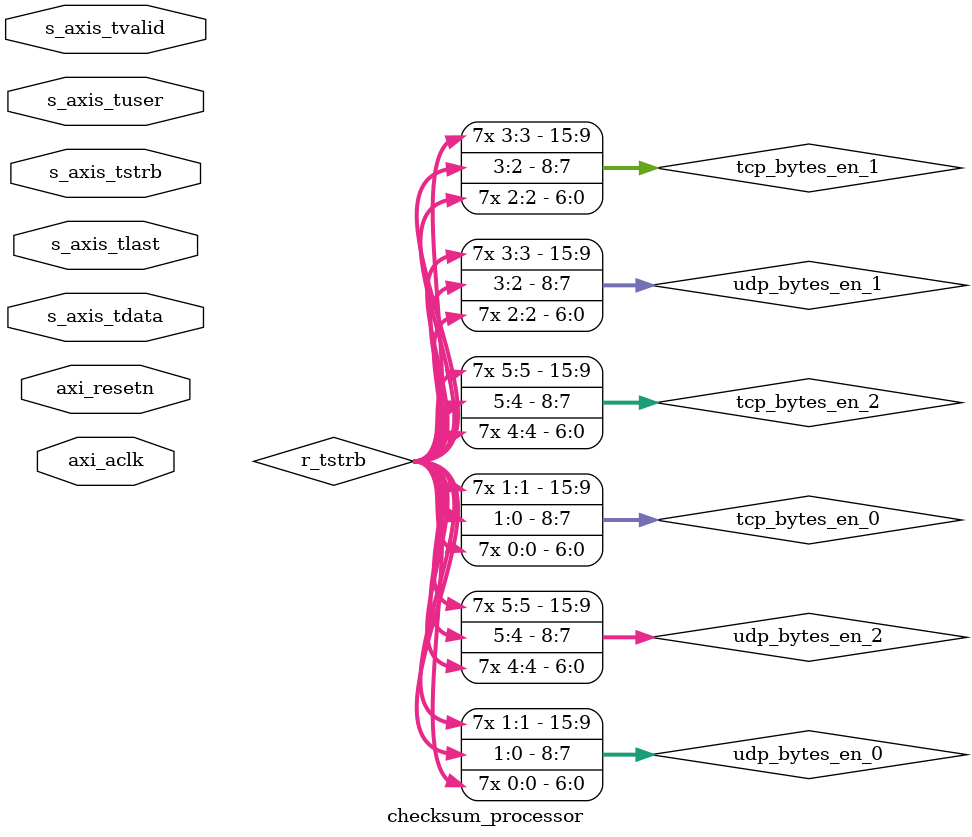
<source format=v>

`timescale 1ns/1ps

`include "nf_sume_blueswitch_register_define.v"
`include "nf_sume_blueswitch_parameter_define.v"

module checksum_processor
#(
   parameter   C_S_AXIS_TDATA_WIDTH       = 256,
   parameter   C_S_AXIS_TUSER_WIDTH       = 256
)
(
   input                                           axi_aclk,
   input                                           axi_resetn,

   //Slave Stream Ports (interface to data path)
   input          [C_S_AXIS_TDATA_WIDTH-1:0]       s_axis_tdata,
   input          [(C_S_AXIS_TDATA_WIDTH/8)-1:0]   s_axis_tstrb,
   input          [C_S_AXIS_TUSER_WIDTH-1:0]       s_axis_tuser,
   input                                           s_axis_tlast,
   input                                           s_axis_tvalid
);


reg   [C_S_AXIS_TDATA_WIDTH-1:0]       r_tdata;
reg   [(C_S_AXIS_TDATA_WIDTH/8)-1:0]   r_tstrb;
reg   [C_S_AXIS_TUSER_WIDTH-1:0]       r_tuser;
reg                                    r_tlast;
reg                                    r_tvalid;

reg   [7:0]    pkt_cnt;

reg   [15:0]   ip_bytes[0:(C_S_AXIS_TDATA_WIDTH/16)-1], ip_check_sum;
reg   [31:0]   ip_bytes_sum_current, ip_bytes_sum_next, ip_bytes_sum;

reg   [15:0]   udp_bytes[0:(C_S_AXIS_TDATA_WIDTH/16)-1], udp_check_sum;
reg   [31:0]   udp_bytes_sum_current, udp_bytes_sum_next, udp_bytes_sum;

reg   [15:0]   tcp_bytes[0:(C_S_AXIS_TDATA_WIDTH/16)-1], tcp_check_sum;
reg   [31:0]   tcp_bytes_sum_current, tcp_bytes_sum_next, tcp_bytes_sum;


always @(posedge axi_aclk)
   if (~axi_resetn) begin
      r_tdata  <= 0;
      r_tstrb  <= 0;
      r_tuser  <= 0;
      r_tlast  <= 0;
      r_tvalid <= 0;
   end
   else begin
      r_tdata  <= s_axis_tdata;
      r_tstrb  <= s_axis_tstrb;
      r_tuser  <= s_axis_tuser;
      r_tlast  <= s_axis_tlast;
      r_tvalid <= s_axis_tvalid;
   end

always @(posedge axi_aclk)
   if (~axi_resetn) begin
      pkt_cnt                 <= 0;
      ip_bytes_sum_current    <= 0;
      udp_bytes_sum_current   <= 0;
      tcp_bytes_sum_current   <= 0;
   end
   else if (r_tvalid && r_tlast) begin
      pkt_cnt                 <= 0;
      ip_bytes_sum_current    <= 0;
      udp_bytes_sum_current   <= 0;
      tcp_bytes_sum_current   <= 0;
   end
   else if (r_tvalid) begin
      pkt_cnt                 <= pkt_cnt + 1;
      ip_bytes_sum_current    <= ip_bytes_sum_next;
      udp_bytes_sum_current   <= udp_bytes_sum_next;
      tcp_bytes_sum_current   <= tcp_bytes_sum_next;
   end

//IPv4 checksum computation.
wire ip_bytes_3_en = (pkt_cnt == 1) || (pkt_cnt == 2) || (pkt_cnt == 3);
wire ip_bytes_2_en = (pkt_cnt == 2) || (pkt_cnt == 3);
wire ip_bytes_1_en = (pkt_cnt == 2) || (pkt_cnt == 3);
wire ip_bytes_0_en = (pkt_cnt == 2) || (pkt_cnt == 4);

always @(r_tvalid or ip_bytes_3_en or ip_bytes_2_en or ip_bytes_1_en or ip_bytes_0_en) begin
   ip_bytes[3] = (r_tvalid && ip_bytes_3_en) ? r_tdata[48+:16] : 0;
   ip_bytes[2] = (r_tvalid && ip_bytes_2_en) ? r_tdata[32+:16] : 0;
   ip_bytes[1] = (r_tvalid && ip_bytes_1_en) ? r_tdata[16+:16] : 0;
   ip_bytes[0] = (r_tvalid && ip_bytes_0_en) ? r_tdata[0+:16]  : 0;
   
   ip_bytes_sum      = ip_bytes[0] + ip_bytes[1] + ip_bytes[2] + ip_bytes[3] + ip_bytes_sum_current;
   ip_bytes_sum_next = ip_bytes_sum;

   ip_check_sum      = ~(ip_bytes_sum[31:16] + ip_bytes_sum[15:0]);
end

//UDP checksum computation.
wire udp_bytes_3_en_n = (pkt_cnt == 0) || (pkt_cnt == 1);
wire udp_bytes_2_en_n = (pkt_cnt == 0) || (pkt_cnt == 1) || (pkt_cnt == 2);
wire udp_bytes_1_en_n = (pkt_cnt == 0) || (pkt_cnt == 1) || (pkt_cnt == 2);
wire udp_bytes_0_en_n = (pkt_cnt == 0) || (pkt_cnt == 1) || (pkt_cnt == 2) || (pkt_cnt == 3) || (pkt_cnt == 5);

//For pseudo IP header calculation, the upd protocol is only required with zeros.
wire  [15:0]   udp_bytes_en_3 = (pkt_cnt == 2) ? 16'hff00 : {{8{r_tstrb[7]}}, {8{r_tstrb[6]}}};
wire  [15:0]   udp_bytes_en_2 = {{8{r_tstrb[5]}}, {8{r_tstrb[4]}}};
wire  [15:0]   udp_bytes_en_1 = {{8{r_tstrb[3]}}, {8{r_tstrb[2]}}};
wire  [15:0]   udp_bytes_en_0 = {{8{r_tstrb[1]}}, {8{r_tstrb[0]}}};

always @(r_tvalid or ip_bytes_3_en or ip_bytes_2_en or ip_bytes_1_en or ip_bytes_0_en) begin
   udp_bytes[3] = (r_tvalid && udp_bytes_3_en_n) ? 0 : r_tdata[48+:16] & udp_bytes_en_3;
   udp_bytes[2] = (r_tvalid && udp_bytes_2_en_n) ? 0 : r_tdata[32+:16] & udp_bytes_en_2;
   udp_bytes[1] = (r_tvalid && udp_bytes_1_en_n) ? 0 : r_tdata[16+:16] & udp_bytes_en_1;
   udp_bytes[0] = (r_tvalid && udp_bytes_0_en_n) ? 0 : r_tdata[0+:16]  & udp_bytes_en_0;

   //For Pseudo IP header calculation, the upd length must be added one more. 
   udp_bytes_sum      = (pkt_cnt == 4) ? udp_bytes[0] + udp_bytes[1] + udp_bytes[2] + udp_bytes[3] + udp_bytes[3] + udp_bytes_sum_current :
                                         udp_bytes[0] + udp_bytes[1] + udp_bytes[2] + udp_bytes[3] + udp_bytes_sum_current;
   udp_bytes_sum_next = udp_bytes_sum;

   udp_check_sum      = ~(udp_bytes_sum[31:16] + udp_bytes_sum[15:0]);
end

//TCP checksum computation.
wire tcp_bytes_3_en_n = (pkt_cnt == 0) || (pkt_cnt == 1);
wire tcp_bytes_2_en_n = (pkt_cnt == 0) || (pkt_cnt == 1) || (pkt_cnt == 2);
wire tcp_bytes_1_en_n = (pkt_cnt == 0) || (pkt_cnt == 1) || (pkt_cnt == 2);
wire tcp_bytes_0_en_n = (pkt_cnt == 0) || (pkt_cnt == 1) || (pkt_cnt == 2) || (pkt_cnt == 3) || (pkt_cnt == 5);

//TCP length including TCP header and data needs to be calculated on the fly.
reg   [15:0]   r_tcp_length;
always @(posedge axi_aclk)
   if (~axi_resetn)
      r_tcp_length   <= 0;
   else if (pkt_cnt == 2)
      r_tcp_length   <= ({r_tdata[0+:8], r_tdata[8+:8]} - 16'h0014);

wire  [15:0]   tcp_length = {r_tcp_length[0+:8], r_tcp_length[8+:8]};

//For pseudo IP header calculation, the upd protocol is only required with zeros.
wire  [15:0]   tcp_bytes_en_3 = (pkt_cnt == 2) ? 16'hff00 : {{8{r_tstrb[7]}}, {8{r_tstrb[6]}}};
wire  [15:0]   tcp_bytes_en_2 = {{8{r_tstrb[5]}}, {8{r_tstrb[4]}}};
wire  [15:0]   tcp_bytes_en_1 = {{8{r_tstrb[3]}}, {8{r_tstrb[2]}}};
wire  [15:0]   tcp_bytes_en_0 = {{8{r_tstrb[1]}}, {8{r_tstrb[0]}}};

always @(r_tvalid or ip_bytes_3_en or ip_bytes_2_en or ip_bytes_1_en or ip_bytes_0_en) begin
   tcp_bytes[3] = (r_tvalid && tcp_bytes_3_en_n) ? 0 : r_tdata[48+:16] & tcp_bytes_en_3;
   tcp_bytes[2] = (r_tvalid && tcp_bytes_2_en_n) ? 0 : r_tdata[32+:16] & tcp_bytes_en_2;
   tcp_bytes[1] = (r_tvalid && tcp_bytes_1_en_n) ? 0 : r_tdata[16+:16] & tcp_bytes_en_1;
   tcp_bytes[0] = (r_tvalid && tcp_bytes_0_en_n) ? 0 : r_tdata[0+:16]  & tcp_bytes_en_0;

   //For Pseudo IP header calculation, the upd length must be added one more. 
   tcp_bytes_sum      = (pkt_cnt == 4) ? tcp_bytes[0] + tcp_bytes[1] + tcp_bytes[2] + tcp_bytes[3] + tcp_bytes[3] + tcp_bytes_sum_current :
                                         tcp_bytes[0] + tcp_bytes[1] + tcp_bytes[2] + tcp_bytes[3] + tcp_bytes_sum_current;
   tcp_bytes_sum_next = tcp_bytes_sum;

   tcp_check_sum      = ~(tcp_bytes_sum[31:16] + tcp_bytes_sum[15:0]);
end

endmodule

</source>
